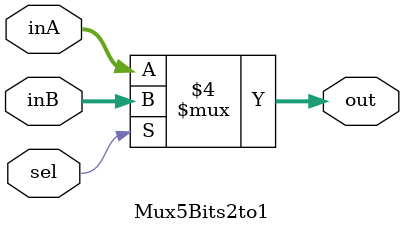
<source format=v>
`timescale 1ns / 1ps


module Mux5Bits2to1(out, inA, inB, sel);

    output reg [4:0] out;
    
    input [4:0] inA;
    input [4:0] inB;
    input sel;

    /* Fill in the implementation here ... */
		always @ (inA, inB,sel)
		begin
		if (sel == 0)
			begin
				out <= inA;
			end
		else
			begin
				out <= inB;
			end
		end
		
endmodule

</source>
